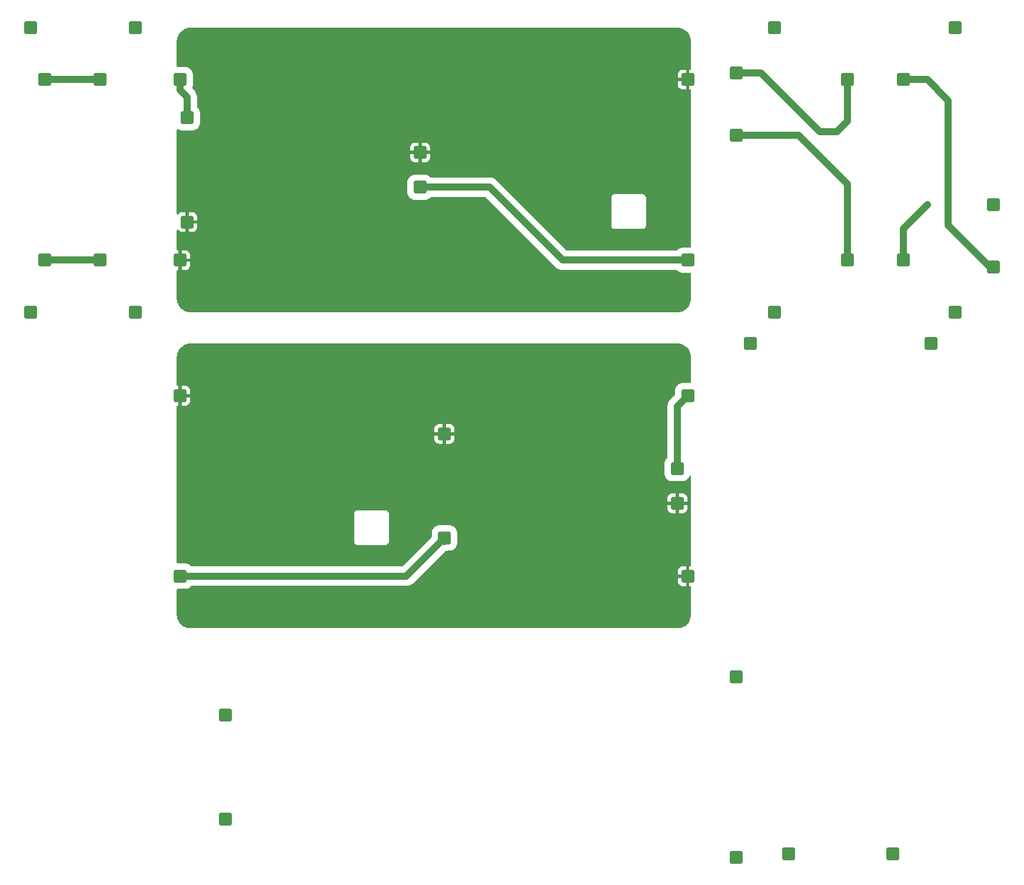
<source format=gbr>
%TF.GenerationSoftware,KiCad,Pcbnew,9.0.0*%
%TF.CreationDate,2025-03-21T15:29:29+01:00*%
%TF.ProjectId,DMW-BLJ31-charger,444d572d-424c-44a3-9331-2d6368617267,rev?*%
%TF.SameCoordinates,Original*%
%TF.FileFunction,Copper,L1,Top*%
%TF.FilePolarity,Positive*%
%FSLAX46Y46*%
G04 Gerber Fmt 4.6, Leading zero omitted, Abs format (unit mm)*
G04 Created by KiCad (PCBNEW 9.0.0) date 2025-03-21 15:29:29*
%MOMM*%
%LPD*%
G01*
G04 APERTURE LIST*
G04 Aperture macros list*
%AMRoundRect*
0 Rectangle with rounded corners*
0 $1 Rounding radius*
0 $2 $3 $4 $5 $6 $7 $8 $9 X,Y pos of 4 corners*
0 Add a 4 corners polygon primitive as box body*
4,1,4,$2,$3,$4,$5,$6,$7,$8,$9,$2,$3,0*
0 Add four circle primitives for the rounded corners*
1,1,$1+$1,$2,$3*
1,1,$1+$1,$4,$5*
1,1,$1+$1,$6,$7*
1,1,$1+$1,$8,$9*
0 Add four rect primitives between the rounded corners*
20,1,$1+$1,$2,$3,$4,$5,0*
20,1,$1+$1,$4,$5,$6,$7,0*
20,1,$1+$1,$6,$7,$8,$9,0*
20,1,$1+$1,$8,$9,$2,$3,0*%
G04 Aperture macros list end*
%TA.AperFunction,ComponentPad*%
%ADD10RoundRect,0.250000X0.675000X-0.675000X0.675000X0.675000X-0.675000X0.675000X-0.675000X-0.675000X0*%
%TD*%
%TA.AperFunction,ComponentPad*%
%ADD11RoundRect,0.250000X-0.675000X-0.675000X0.675000X-0.675000X0.675000X0.675000X-0.675000X0.675000X0*%
%TD*%
%TA.AperFunction,ComponentPad*%
%ADD12RoundRect,0.250000X-0.675000X0.675000X-0.675000X-0.675000X0.675000X-0.675000X0.675000X0.675000X0*%
%TD*%
%TA.AperFunction,ViaPad*%
%ADD13C,0.600000*%
%TD*%
%TA.AperFunction,Conductor*%
%ADD14C,1.000000*%
%TD*%
G04 APERTURE END LIST*
D10*
%TO.P,J12,1,Pin_1*%
%TO.N,unconnected-(J12-Pin_1-Pad1)*%
X134500000Y-27500000D03*
%TD*%
D11*
%TO.P,J30,1,Pin_1*%
%TO.N,Net-(J29-Pin_1)*%
X87000000Y-101000000D03*
%TD*%
%TO.P,J38,1,Pin_1*%
%TO.N,GND*%
X37500000Y-61000000D03*
%TD*%
%TO.P,J7,1,Pin_1*%
%TO.N,unconnected-(J7-Pin_1-Pad1)*%
X151500000Y-146500000D03*
%TD*%
%TO.P,J27,1,Pin_1*%
%TO.N,Net-(J25-Pin_1)*%
X145000000Y-61000000D03*
%TD*%
%TO.P,J34,1,Pin_1*%
%TO.N,Net-(J29-Pin_1)*%
X49000000Y-35000000D03*
%TD*%
%TO.P,J26,1,Pin_1*%
%TO.N,Net-(J25-Pin_1)*%
X129000000Y-43000000D03*
%TD*%
%TO.P,J25,1,Pin_1*%
%TO.N,Net-(J25-Pin_1)*%
X83500000Y-50500000D03*
%TD*%
%TO.P,J29,1,Pin_1*%
%TO.N,Net-(J29-Pin_1)*%
X50000000Y-40500000D03*
%TD*%
D12*
%TO.P,J17,1,Pin_1*%
%TO.N,unconnected-(J17-Pin_1-Pad1)*%
X27500000Y-27500000D03*
%TD*%
%TO.P,J15,1,Pin_1*%
%TO.N,unconnected-(J15-Pin_1-Pad1)*%
X27500000Y-68500000D03*
%TD*%
D11*
%TO.P,J6,1,Pin_1*%
%TO.N,unconnected-(J6-Pin_1-Pad1)*%
X129000000Y-147000000D03*
%TD*%
%TO.P,J28,1,Pin_1*%
%TO.N,Net-(J25-Pin_1)*%
X122000000Y-61000000D03*
%TD*%
%TO.P,J37,1,Pin_1*%
%TO.N,GND*%
X122000000Y-106500000D03*
%TD*%
%TO.P,J41,1,Pin_1*%
%TO.N,GND*%
X49000000Y-80500000D03*
%TD*%
%TO.P,J46,1,Pin_1*%
%TO.N,GND*%
X166000000Y-62000000D03*
%TD*%
D12*
%TO.P,J9,1,Pin_1*%
%TO.N,unconnected-(J9-Pin_1-Pad1)*%
X131000000Y-73000000D03*
%TD*%
D11*
%TO.P,J48,1,Pin_1*%
%TO.N,GND*%
X120500000Y-96000000D03*
%TD*%
%TO.P,J42,1,Pin_1*%
%TO.N,Net-(J42-Pin_1)*%
X122000000Y-80500000D03*
%TD*%
%TO.P,J40,1,Pin_1*%
%TO.N,GND*%
X29500000Y-61000000D03*
%TD*%
%TO.P,J44,1,Pin_1*%
%TO.N,Net-(J42-Pin_1)*%
X166000000Y-53000000D03*
%TD*%
%TO.P,J36,1,Pin_1*%
%TO.N,GND*%
X50000000Y-55500000D03*
%TD*%
D10*
%TO.P,J10,1,Pin_1*%
%TO.N,unconnected-(J10-Pin_1-Pad1)*%
X160500000Y-27500000D03*
%TD*%
%TO.P,J18,1,Pin_1*%
%TO.N,unconnected-(J18-Pin_1-Pad1)*%
X42500000Y-27500000D03*
%TD*%
%TO.P,J16,1,Pin_1*%
%TO.N,unconnected-(J16-Pin_1-Pad1)*%
X42500000Y-68500000D03*
%TD*%
D11*
%TO.P,J21,1,Pin_1*%
%TO.N,GND*%
X122000000Y-35000000D03*
%TD*%
%TO.P,J35,1,Pin_1*%
%TO.N,GND*%
X87000000Y-86000000D03*
%TD*%
%TO.P,J20,1,Pin_1*%
%TO.N,unconnected-(J20-Pin_1-Pad1)*%
X55500000Y-141500000D03*
%TD*%
%TO.P,J32,1,Pin_1*%
%TO.N,Net-(J29-Pin_1)*%
X49000000Y-106500000D03*
%TD*%
%TO.P,J33,1,Pin_1*%
%TO.N,Net-(J29-Pin_1)*%
X37500000Y-35000000D03*
%TD*%
%TO.P,J47,1,Pin_1*%
%TO.N,GND*%
X153000000Y-35000000D03*
%TD*%
%TO.P,J19,1,Pin_1*%
%TO.N,unconnected-(J19-Pin_1-Pad1)*%
X55500000Y-126500000D03*
%TD*%
D10*
%TO.P,J13,1,Pin_1*%
%TO.N,unconnected-(J13-Pin_1-Pad1)*%
X160500000Y-68500000D03*
%TD*%
%TO.P,J11,1,Pin_1*%
%TO.N,unconnected-(J11-Pin_1-Pad1)*%
X157000000Y-73000000D03*
%TD*%
D11*
%TO.P,J22,1,Pin_1*%
%TO.N,GND*%
X145000000Y-35000000D03*
%TD*%
D10*
%TO.P,J8,1,Pin_1*%
%TO.N,unconnected-(J8-Pin_1-Pad1)*%
X136500000Y-146500000D03*
%TD*%
D11*
%TO.P,J39,1,Pin_1*%
%TO.N,GND*%
X49000000Y-61000000D03*
%TD*%
%TO.P,J45,1,Pin_1*%
%TO.N,Net-(J42-Pin_1)*%
X153000000Y-61000000D03*
%TD*%
%TO.P,J23,1,Pin_1*%
%TO.N,GND*%
X129000000Y-34000000D03*
%TD*%
%TO.P,J31,1,Pin_1*%
%TO.N,Net-(J29-Pin_1)*%
X29500000Y-35000000D03*
%TD*%
D10*
%TO.P,J14,1,Pin_1*%
%TO.N,unconnected-(J14-Pin_1-Pad1)*%
X134500000Y-68500000D03*
%TD*%
D11*
%TO.P,J24,1,Pin_1*%
%TO.N,GND*%
X83500000Y-45500000D03*
%TD*%
%TO.P,J43,1,Pin_1*%
%TO.N,Net-(J42-Pin_1)*%
X120500000Y-91000000D03*
%TD*%
%TO.P,J5,1,Pin_1*%
%TO.N,unconnected-(J5-Pin_1-Pad1)*%
X129000000Y-121000000D03*
%TD*%
D13*
%TO.N,GND*%
X105000000Y-95000000D03*
X70000000Y-90000000D03*
X95000000Y-80000000D03*
X110000000Y-35000000D03*
X100000000Y-40000000D03*
X80000000Y-55000000D03*
X105000000Y-100000000D03*
X60000000Y-55000000D03*
X60000000Y-50000000D03*
X115000000Y-80000000D03*
X100000000Y-50000000D03*
X70000000Y-85000000D03*
X110000000Y-95000000D03*
X65000000Y-60000000D03*
X60000000Y-35000000D03*
X105000000Y-50000000D03*
X60000000Y-90000000D03*
X110000000Y-100000000D03*
X70000000Y-50000000D03*
X75000000Y-40000000D03*
X105000000Y-35000000D03*
X100000000Y-80000000D03*
X100000000Y-100000000D03*
X80000000Y-65000000D03*
X90000000Y-110000000D03*
X60000000Y-100000000D03*
X105000000Y-45000000D03*
X65000000Y-35000000D03*
X100000000Y-85000000D03*
X95000000Y-85000000D03*
X90000000Y-95000000D03*
X95000000Y-110000000D03*
X55000000Y-60000000D03*
X105000000Y-110000000D03*
X75000000Y-45000000D03*
X95000000Y-35000000D03*
X90000000Y-85000000D03*
X110000000Y-85000000D03*
X70000000Y-95000000D03*
X55000000Y-65000000D03*
X95000000Y-40000000D03*
X105000000Y-105000000D03*
X60000000Y-95000000D03*
X55000000Y-45000000D03*
X115000000Y-110000000D03*
X110000000Y-40000000D03*
X75000000Y-55000000D03*
X115000000Y-45000000D03*
X75000000Y-50000000D03*
X105000000Y-55000000D03*
X115000000Y-90000000D03*
X60000000Y-60000000D03*
X70000000Y-60000000D03*
X60000000Y-40000000D03*
X65000000Y-100000000D03*
X95000000Y-90000000D03*
X65000000Y-40000000D03*
X80000000Y-90000000D03*
X95000000Y-95000000D03*
X55000000Y-50000000D03*
X80000000Y-35000000D03*
X115000000Y-95000000D03*
X70000000Y-45000000D03*
X55000000Y-55000000D03*
X80000000Y-85000000D03*
X115000000Y-40000000D03*
X100000000Y-45000000D03*
X65000000Y-55000000D03*
X65000000Y-45000000D03*
X100000000Y-105000000D03*
X105000000Y-90000000D03*
X95000000Y-105000000D03*
X110000000Y-110000000D03*
X80000000Y-60000000D03*
X100000000Y-110000000D03*
X60000000Y-65000000D03*
X80000000Y-95000000D03*
X70000000Y-65000000D03*
X115000000Y-50000000D03*
X100000000Y-90000000D03*
X65000000Y-80000000D03*
X115000000Y-35000000D03*
X70000000Y-55000000D03*
X90000000Y-80000000D03*
X80000000Y-80000000D03*
X70000000Y-80000000D03*
X100000000Y-95000000D03*
X105000000Y-40000000D03*
X110000000Y-90000000D03*
X90000000Y-90000000D03*
X100000000Y-35000000D03*
X115000000Y-85000000D03*
X70000000Y-100000000D03*
X75000000Y-80000000D03*
X65000000Y-50000000D03*
X105000000Y-85000000D03*
X95000000Y-45000000D03*
X70000000Y-40000000D03*
X90000000Y-100000000D03*
X65000000Y-65000000D03*
X95000000Y-100000000D03*
X90000000Y-105000000D03*
X60000000Y-45000000D03*
X115000000Y-100000000D03*
X60000000Y-80000000D03*
X65000000Y-95000000D03*
X110000000Y-80000000D03*
X75000000Y-90000000D03*
X55000000Y-40000000D03*
X110000000Y-50000000D03*
X75000000Y-35000000D03*
X60000000Y-85000000D03*
X75000000Y-85000000D03*
X65000000Y-85000000D03*
X75000000Y-65000000D03*
X55000000Y-35000000D03*
X75000000Y-60000000D03*
X65000000Y-90000000D03*
X115000000Y-105000000D03*
X75000000Y-95000000D03*
X70000000Y-35000000D03*
X80000000Y-40000000D03*
X105000000Y-80000000D03*
X110000000Y-105000000D03*
X110000000Y-45000000D03*
%TO.N,Net-(J42-Pin_1)*%
X156500000Y-53000000D03*
%TD*%
D14*
%TO.N,GND*%
X145000000Y-41000000D02*
X145000000Y-35000000D01*
X141000000Y-42500000D02*
X143500000Y-42500000D01*
X156500000Y-35000000D02*
X153000000Y-35000000D01*
X166000000Y-62000000D02*
X165500000Y-62000000D01*
X132500000Y-34000000D02*
X141000000Y-42500000D01*
X159500000Y-56000000D02*
X159500000Y-38000000D01*
X129000000Y-34000000D02*
X132500000Y-34000000D01*
X159500000Y-38000000D02*
X156500000Y-35000000D01*
X37500000Y-61000000D02*
X29500000Y-61000000D01*
X143500000Y-42500000D02*
X145000000Y-41000000D01*
X165500000Y-62000000D02*
X159500000Y-56000000D01*
%TO.N,Net-(J25-Pin_1)*%
X104000000Y-61000000D02*
X93500000Y-50500000D01*
X122000000Y-61000000D02*
X104000000Y-61000000D01*
X93500000Y-50500000D02*
X83500000Y-50500000D01*
X145000000Y-50000000D02*
X145000000Y-61000000D01*
X138000000Y-43000000D02*
X145000000Y-50000000D01*
X129000000Y-43000000D02*
X138000000Y-43000000D01*
%TO.N,Net-(J29-Pin_1)*%
X49000000Y-36500000D02*
X50000000Y-37500000D01*
X29500000Y-35000000D02*
X37500000Y-35000000D01*
X87000000Y-101500000D02*
X87000000Y-101000000D01*
X50000000Y-37500000D02*
X50000000Y-40500000D01*
X87302792Y-101000000D02*
X87302792Y-101197208D01*
X49000000Y-35000000D02*
X49000000Y-36500000D01*
X81500000Y-106500000D02*
X86500000Y-101500000D01*
X81500000Y-106500000D02*
X49000000Y-106500000D01*
%TO.N,Net-(J42-Pin_1)*%
X153000000Y-61000000D02*
X153000000Y-56500000D01*
X120500000Y-82000000D02*
X120500000Y-91000000D01*
X153000000Y-56500000D02*
X156500000Y-53000000D01*
X122000000Y-80500000D02*
X120500000Y-82000000D01*
%TD*%
%TA.AperFunction,Conductor*%
%TO.N,GND*%
G36*
X120504418Y-73000316D02*
G01*
X120775790Y-73019724D01*
X120793291Y-73022241D01*
X121054803Y-73079129D01*
X121071762Y-73084108D01*
X121322524Y-73177638D01*
X121338616Y-73184987D01*
X121573501Y-73313244D01*
X121588375Y-73322802D01*
X121802624Y-73483188D01*
X121815994Y-73494774D01*
X122005225Y-73684005D01*
X122016811Y-73697375D01*
X122177193Y-73911619D01*
X122186758Y-73926503D01*
X122315011Y-74161382D01*
X122322361Y-74177475D01*
X122415888Y-74428229D01*
X122420872Y-74445205D01*
X122477757Y-74706702D01*
X122480275Y-74724214D01*
X122499184Y-74988590D01*
X122499500Y-74997436D01*
X122499500Y-78550500D01*
X122479815Y-78617539D01*
X122427011Y-78663294D01*
X122375500Y-78674500D01*
X121253984Y-78674500D01*
X121165375Y-78680650D01*
X121165359Y-78680652D01*
X120957823Y-78729465D01*
X120957817Y-78729467D01*
X120762761Y-78815592D01*
X120586858Y-78936088D01*
X120586852Y-78936093D01*
X120436093Y-79086852D01*
X120436088Y-79086858D01*
X120315592Y-79262761D01*
X120229467Y-79457817D01*
X120229465Y-79457823D01*
X120180652Y-79665359D01*
X120180650Y-79665375D01*
X120174500Y-79753984D01*
X120174500Y-80293531D01*
X120154815Y-80360570D01*
X120138181Y-80381212D01*
X119431756Y-81087636D01*
X119431754Y-81087638D01*
X119364121Y-81180728D01*
X119353961Y-81194714D01*
X119331977Y-81224973D01*
X119302185Y-81265977D01*
X119202104Y-81462393D01*
X119202103Y-81462396D01*
X119133985Y-81672047D01*
X119099499Y-81889779D01*
X119099499Y-82115332D01*
X119099500Y-82115357D01*
X119099500Y-89372084D01*
X119079815Y-89439123D01*
X119063181Y-89459765D01*
X118936093Y-89586852D01*
X118936088Y-89586858D01*
X118815592Y-89762761D01*
X118729467Y-89957817D01*
X118729465Y-89957823D01*
X118680652Y-90165359D01*
X118680650Y-90165375D01*
X118674500Y-90253984D01*
X118674500Y-91746015D01*
X118680650Y-91834624D01*
X118680652Y-91834640D01*
X118729465Y-92042176D01*
X118729467Y-92042182D01*
X118729468Y-92042185D01*
X118815591Y-92237237D01*
X118815592Y-92237238D01*
X118936088Y-92413141D01*
X118936093Y-92413147D01*
X119086852Y-92563906D01*
X119086858Y-92563911D01*
X119262763Y-92684409D01*
X119457815Y-92770532D01*
X119457821Y-92770533D01*
X119457823Y-92770534D01*
X119665359Y-92819347D01*
X119665364Y-92819347D01*
X119665370Y-92819349D01*
X119714602Y-92822766D01*
X119753984Y-92825500D01*
X119753988Y-92825500D01*
X121246016Y-92825500D01*
X121281459Y-92823039D01*
X121334630Y-92819349D01*
X121334636Y-92819347D01*
X121334640Y-92819347D01*
X121542176Y-92770534D01*
X121542174Y-92770534D01*
X121542185Y-92770532D01*
X121737237Y-92684409D01*
X121913142Y-92563911D01*
X122063911Y-92413142D01*
X122184409Y-92237237D01*
X122262566Y-92060225D01*
X122307651Y-92006851D01*
X122374437Y-91986323D01*
X122441719Y-92005161D01*
X122488136Y-92057384D01*
X122500000Y-92110313D01*
X122500000Y-98422185D01*
X122499500Y-98429815D01*
X122499500Y-104951000D01*
X122479815Y-105018039D01*
X122427011Y-105063794D01*
X122375500Y-105075000D01*
X122250000Y-105075000D01*
X122250000Y-106153590D01*
X122164044Y-106103963D01*
X122055952Y-106075000D01*
X121944048Y-106075000D01*
X121835956Y-106103963D01*
X121750000Y-106153590D01*
X121750000Y-105075000D01*
X121275028Y-105075000D01*
X121275012Y-105075001D01*
X121172302Y-105085494D01*
X121005880Y-105140641D01*
X121005875Y-105140643D01*
X120856654Y-105232684D01*
X120732684Y-105356654D01*
X120640643Y-105505875D01*
X120640641Y-105505880D01*
X120585494Y-105672302D01*
X120585493Y-105672309D01*
X120575000Y-105775013D01*
X120575000Y-106250000D01*
X121653590Y-106250000D01*
X121603963Y-106335956D01*
X121575000Y-106444048D01*
X121575000Y-106555952D01*
X121603963Y-106664044D01*
X121653590Y-106750000D01*
X120575001Y-106750000D01*
X120575001Y-107224986D01*
X120585494Y-107327697D01*
X120640641Y-107494119D01*
X120640643Y-107494124D01*
X120732684Y-107643345D01*
X120856654Y-107767315D01*
X121005875Y-107859356D01*
X121005880Y-107859358D01*
X121172302Y-107914505D01*
X121172309Y-107914506D01*
X121275019Y-107924999D01*
X121749999Y-107924999D01*
X121750000Y-107924998D01*
X121750000Y-106846409D01*
X121835956Y-106896037D01*
X121944048Y-106925000D01*
X122055952Y-106925000D01*
X122164044Y-106896037D01*
X122250000Y-106846409D01*
X122250000Y-107924999D01*
X122375500Y-107924999D01*
X122442539Y-107944684D01*
X122488294Y-107997488D01*
X122499500Y-108048999D01*
X122499500Y-112002562D01*
X122499184Y-112011408D01*
X122480275Y-112275785D01*
X122477757Y-112293297D01*
X122420872Y-112554794D01*
X122415888Y-112571770D01*
X122322361Y-112822524D01*
X122315011Y-112838617D01*
X122186758Y-113073496D01*
X122177193Y-113088380D01*
X122016811Y-113302624D01*
X122005225Y-113315994D01*
X121815994Y-113505225D01*
X121802624Y-113516811D01*
X121588380Y-113677193D01*
X121573496Y-113686758D01*
X121338617Y-113815011D01*
X121322524Y-113822361D01*
X121071770Y-113915888D01*
X121054794Y-113920872D01*
X120793297Y-113977757D01*
X120775785Y-113980275D01*
X120504418Y-113999684D01*
X120495572Y-114000000D01*
X50504428Y-114000000D01*
X50495582Y-113999684D01*
X50224214Y-113980275D01*
X50206702Y-113977757D01*
X49945205Y-113920872D01*
X49928229Y-113915888D01*
X49677475Y-113822361D01*
X49661382Y-113815011D01*
X49426503Y-113686758D01*
X49411619Y-113677193D01*
X49197375Y-113516811D01*
X49184005Y-113505225D01*
X48994774Y-113315994D01*
X48983188Y-113302624D01*
X48822802Y-113088375D01*
X48813244Y-113073501D01*
X48684987Y-112838616D01*
X48677638Y-112822524D01*
X48584108Y-112571762D01*
X48579129Y-112554803D01*
X48522241Y-112293291D01*
X48519724Y-112275785D01*
X48500816Y-112011408D01*
X48500500Y-112002562D01*
X48500500Y-108449500D01*
X48520185Y-108382461D01*
X48572989Y-108336706D01*
X48624500Y-108325500D01*
X49746016Y-108325500D01*
X49781459Y-108323039D01*
X49834630Y-108319349D01*
X49834636Y-108319347D01*
X49834640Y-108319347D01*
X50042176Y-108270534D01*
X50042174Y-108270534D01*
X50042185Y-108270532D01*
X50237237Y-108184409D01*
X50413142Y-108063911D01*
X50428054Y-108048999D01*
X50540235Y-107936819D01*
X50601558Y-107903334D01*
X50627916Y-107900500D01*
X81384643Y-107900500D01*
X81384667Y-107900501D01*
X81389778Y-107900501D01*
X81610221Y-107900501D01*
X81610222Y-107900501D01*
X81827951Y-107866015D01*
X82037606Y-107797895D01*
X82234022Y-107697815D01*
X82412365Y-107568242D01*
X82568242Y-107412365D01*
X82568243Y-107412363D01*
X82575303Y-107405303D01*
X82575308Y-107405296D01*
X87045951Y-102934654D01*
X87107272Y-102901171D01*
X87114208Y-102899868D01*
X87327951Y-102866015D01*
X87433966Y-102831568D01*
X87472284Y-102825500D01*
X87746016Y-102825500D01*
X87781459Y-102823039D01*
X87834630Y-102819349D01*
X87834636Y-102819347D01*
X87834640Y-102819347D01*
X88042176Y-102770534D01*
X88042174Y-102770534D01*
X88042185Y-102770532D01*
X88237237Y-102684409D01*
X88413142Y-102563911D01*
X88563911Y-102413142D01*
X88684409Y-102237237D01*
X88770532Y-102042185D01*
X88788359Y-101966391D01*
X88819347Y-101834640D01*
X88819347Y-101834636D01*
X88819349Y-101834630D01*
X88825500Y-101746012D01*
X88825500Y-100253988D01*
X88819349Y-100165370D01*
X88819347Y-100165364D01*
X88819347Y-100165359D01*
X88770534Y-99957823D01*
X88770532Y-99957817D01*
X88770532Y-99957815D01*
X88684409Y-99762763D01*
X88563911Y-99586858D01*
X88563906Y-99586852D01*
X88413147Y-99436093D01*
X88413141Y-99436088D01*
X88237238Y-99315592D01*
X88237239Y-99315592D01*
X88237237Y-99315591D01*
X88042185Y-99229468D01*
X88042183Y-99229467D01*
X88042182Y-99229467D01*
X88042176Y-99229465D01*
X87834640Y-99180652D01*
X87834624Y-99180650D01*
X87746016Y-99174500D01*
X87746012Y-99174500D01*
X86253988Y-99174500D01*
X86253984Y-99174500D01*
X86165375Y-99180650D01*
X86165359Y-99180652D01*
X85957823Y-99229465D01*
X85957817Y-99229467D01*
X85762761Y-99315592D01*
X85586858Y-99436088D01*
X85586852Y-99436093D01*
X85436093Y-99586852D01*
X85436088Y-99586858D01*
X85315592Y-99762761D01*
X85229467Y-99957817D01*
X85229465Y-99957823D01*
X85180652Y-100165359D01*
X85180650Y-100165375D01*
X85174500Y-100253984D01*
X85174500Y-100793532D01*
X85154815Y-100860571D01*
X85138181Y-100881213D01*
X80956213Y-105063181D01*
X80894890Y-105096666D01*
X80868532Y-105099500D01*
X50627916Y-105099500D01*
X50560877Y-105079815D01*
X50540235Y-105063181D01*
X50413147Y-104936093D01*
X50413141Y-104936088D01*
X50237238Y-104815592D01*
X50237239Y-104815592D01*
X50237237Y-104815591D01*
X50042185Y-104729468D01*
X50042183Y-104729467D01*
X50042182Y-104729467D01*
X50042176Y-104729465D01*
X49834640Y-104680652D01*
X49834624Y-104680650D01*
X49746016Y-104674500D01*
X49746012Y-104674500D01*
X48624500Y-104674500D01*
X48557461Y-104654815D01*
X48511706Y-104602011D01*
X48500500Y-104550500D01*
X48500500Y-98429815D01*
X48500000Y-98422185D01*
X48500000Y-97434108D01*
X73999500Y-97434108D01*
X73999500Y-101565891D01*
X74033608Y-101693187D01*
X74064107Y-101746012D01*
X74099500Y-101807314D01*
X74192686Y-101900500D01*
X74306814Y-101966392D01*
X74434108Y-102000500D01*
X74434110Y-102000500D01*
X78565890Y-102000500D01*
X78565892Y-102000500D01*
X78693186Y-101966392D01*
X78807314Y-101900500D01*
X78900500Y-101807314D01*
X78966392Y-101693186D01*
X79000500Y-101565892D01*
X79000500Y-97434108D01*
X78966392Y-97306814D01*
X78900500Y-97192686D01*
X78807314Y-97099500D01*
X78750250Y-97066554D01*
X78693187Y-97033608D01*
X78629539Y-97016554D01*
X78565892Y-96999500D01*
X74565892Y-96999500D01*
X74434108Y-96999500D01*
X74306812Y-97033608D01*
X74192686Y-97099500D01*
X74192683Y-97099502D01*
X74099502Y-97192683D01*
X74099500Y-97192686D01*
X74033608Y-97306812D01*
X73999500Y-97434108D01*
X48500000Y-97434108D01*
X48500000Y-95275013D01*
X119075000Y-95275013D01*
X119075000Y-95750000D01*
X120153590Y-95750000D01*
X120103963Y-95835956D01*
X120075000Y-95944048D01*
X120075000Y-96055952D01*
X120103963Y-96164044D01*
X120153590Y-96250000D01*
X119075001Y-96250000D01*
X119075001Y-96724986D01*
X119085494Y-96827697D01*
X119140641Y-96994119D01*
X119140643Y-96994124D01*
X119232684Y-97143345D01*
X119356654Y-97267315D01*
X119505875Y-97359356D01*
X119505880Y-97359358D01*
X119672302Y-97414505D01*
X119672309Y-97414506D01*
X119775019Y-97424999D01*
X120249999Y-97424999D01*
X120250000Y-97424998D01*
X120250000Y-96346409D01*
X120335956Y-96396037D01*
X120444048Y-96425000D01*
X120555952Y-96425000D01*
X120664044Y-96396037D01*
X120750000Y-96346409D01*
X120750000Y-97424999D01*
X121224972Y-97424999D01*
X121224986Y-97424998D01*
X121327697Y-97414505D01*
X121494119Y-97359358D01*
X121494124Y-97359356D01*
X121643345Y-97267315D01*
X121767315Y-97143345D01*
X121859356Y-96994124D01*
X121859358Y-96994119D01*
X121914505Y-96827697D01*
X121914506Y-96827690D01*
X121924999Y-96724986D01*
X121925000Y-96724973D01*
X121925000Y-96250000D01*
X120846410Y-96250000D01*
X120896037Y-96164044D01*
X120925000Y-96055952D01*
X120925000Y-95944048D01*
X120896037Y-95835956D01*
X120846410Y-95750000D01*
X121924999Y-95750000D01*
X121924999Y-95275028D01*
X121924998Y-95275013D01*
X121914505Y-95172302D01*
X121859358Y-95005880D01*
X121859356Y-95005875D01*
X121767315Y-94856654D01*
X121643345Y-94732684D01*
X121494124Y-94640643D01*
X121494119Y-94640641D01*
X121327697Y-94585494D01*
X121327690Y-94585493D01*
X121224986Y-94575000D01*
X120750000Y-94575000D01*
X120750000Y-95653590D01*
X120664044Y-95603963D01*
X120555952Y-95575000D01*
X120444048Y-95575000D01*
X120335956Y-95603963D01*
X120250000Y-95653590D01*
X120250000Y-94575000D01*
X119775028Y-94575000D01*
X119775012Y-94575001D01*
X119672302Y-94585494D01*
X119505880Y-94640641D01*
X119505875Y-94640643D01*
X119356654Y-94732684D01*
X119232684Y-94856654D01*
X119140643Y-95005875D01*
X119140641Y-95005880D01*
X119085494Y-95172302D01*
X119085493Y-95172309D01*
X119075000Y-95275013D01*
X48500000Y-95275013D01*
X48500000Y-88577816D01*
X48500500Y-88570186D01*
X48500500Y-85275013D01*
X85575000Y-85275013D01*
X85575000Y-85750000D01*
X86653590Y-85750000D01*
X86603963Y-85835956D01*
X86575000Y-85944048D01*
X86575000Y-86055952D01*
X86603963Y-86164044D01*
X86653590Y-86250000D01*
X85575001Y-86250000D01*
X85575001Y-86724986D01*
X85585494Y-86827697D01*
X85640641Y-86994119D01*
X85640643Y-86994124D01*
X85732684Y-87143345D01*
X85856654Y-87267315D01*
X86005875Y-87359356D01*
X86005880Y-87359358D01*
X86172302Y-87414505D01*
X86172309Y-87414506D01*
X86275019Y-87424999D01*
X86749999Y-87424999D01*
X86750000Y-87424998D01*
X86750000Y-86346409D01*
X86835956Y-86396037D01*
X86944048Y-86425000D01*
X87055952Y-86425000D01*
X87164044Y-86396037D01*
X87250000Y-86346409D01*
X87250000Y-87424999D01*
X87724972Y-87424999D01*
X87724986Y-87424998D01*
X87827697Y-87414505D01*
X87994119Y-87359358D01*
X87994124Y-87359356D01*
X88143345Y-87267315D01*
X88267315Y-87143345D01*
X88359356Y-86994124D01*
X88359358Y-86994119D01*
X88414505Y-86827697D01*
X88414506Y-86827690D01*
X88424999Y-86724986D01*
X88425000Y-86724973D01*
X88425000Y-86250000D01*
X87346410Y-86250000D01*
X87396037Y-86164044D01*
X87425000Y-86055952D01*
X87425000Y-85944048D01*
X87396037Y-85835956D01*
X87346410Y-85750000D01*
X88424999Y-85750000D01*
X88424999Y-85275028D01*
X88424998Y-85275013D01*
X88414505Y-85172302D01*
X88359358Y-85005880D01*
X88359356Y-85005875D01*
X88267315Y-84856654D01*
X88143345Y-84732684D01*
X87994124Y-84640643D01*
X87994119Y-84640641D01*
X87827697Y-84585494D01*
X87827690Y-84585493D01*
X87724986Y-84575000D01*
X87250000Y-84575000D01*
X87250000Y-85653590D01*
X87164044Y-85603963D01*
X87055952Y-85575000D01*
X86944048Y-85575000D01*
X86835956Y-85603963D01*
X86750000Y-85653590D01*
X86750000Y-84575000D01*
X86275028Y-84575000D01*
X86275012Y-84575001D01*
X86172302Y-84585494D01*
X86005880Y-84640641D01*
X86005875Y-84640643D01*
X85856654Y-84732684D01*
X85732684Y-84856654D01*
X85640643Y-85005875D01*
X85640641Y-85005880D01*
X85585494Y-85172302D01*
X85585493Y-85172309D01*
X85575000Y-85275013D01*
X48500500Y-85275013D01*
X48500500Y-82048999D01*
X48520185Y-81981960D01*
X48572989Y-81936205D01*
X48624500Y-81924999D01*
X48750000Y-81924999D01*
X48750000Y-80846409D01*
X48835956Y-80896037D01*
X48944048Y-80925000D01*
X49055952Y-80925000D01*
X49164044Y-80896037D01*
X49250000Y-80846409D01*
X49250000Y-81924999D01*
X49724972Y-81924999D01*
X49724986Y-81924998D01*
X49827697Y-81914505D01*
X49994119Y-81859358D01*
X49994124Y-81859356D01*
X50143345Y-81767315D01*
X50267315Y-81643345D01*
X50359356Y-81494124D01*
X50359358Y-81494119D01*
X50414505Y-81327697D01*
X50414506Y-81327690D01*
X50424999Y-81224986D01*
X50425000Y-81224973D01*
X50425000Y-80750000D01*
X49346410Y-80750000D01*
X49396037Y-80664044D01*
X49425000Y-80555952D01*
X49425000Y-80444048D01*
X49396037Y-80335956D01*
X49346410Y-80250000D01*
X50424999Y-80250000D01*
X50424999Y-79775028D01*
X50424998Y-79775013D01*
X50414505Y-79672302D01*
X50359358Y-79505880D01*
X50359356Y-79505875D01*
X50267315Y-79356654D01*
X50143345Y-79232684D01*
X49994124Y-79140643D01*
X49994119Y-79140641D01*
X49827697Y-79085494D01*
X49827690Y-79085493D01*
X49724986Y-79075000D01*
X49250000Y-79075000D01*
X49250000Y-80153590D01*
X49164044Y-80103963D01*
X49055952Y-80075000D01*
X48944048Y-80075000D01*
X48835956Y-80103963D01*
X48750000Y-80153590D01*
X48750000Y-79075000D01*
X48624500Y-79075000D01*
X48557461Y-79055315D01*
X48511706Y-79002511D01*
X48500500Y-78951000D01*
X48500500Y-74997436D01*
X48500816Y-74988590D01*
X48519724Y-74724214D01*
X48522240Y-74706710D01*
X48579130Y-74445192D01*
X48584107Y-74428241D01*
X48677640Y-74177470D01*
X48684985Y-74161388D01*
X48813248Y-73926491D01*
X48822798Y-73911630D01*
X48983195Y-73697366D01*
X48994767Y-73684012D01*
X49184012Y-73494767D01*
X49197366Y-73483195D01*
X49411630Y-73322798D01*
X49426491Y-73313248D01*
X49661388Y-73184985D01*
X49677470Y-73177640D01*
X49928241Y-73084107D01*
X49945192Y-73079130D01*
X50206710Y-73022240D01*
X50224207Y-73019724D01*
X50495582Y-73000316D01*
X50504428Y-73000000D01*
X120495572Y-73000000D01*
X120504418Y-73000316D01*
G37*
%TD.AperFunction*%
%TD*%
%TA.AperFunction,Conductor*%
%TO.N,GND*%
G36*
X120504418Y-27500316D02*
G01*
X120775790Y-27519724D01*
X120793291Y-27522241D01*
X121054803Y-27579129D01*
X121071762Y-27584108D01*
X121322524Y-27677638D01*
X121338616Y-27684987D01*
X121573501Y-27813244D01*
X121588375Y-27822802D01*
X121802624Y-27983188D01*
X121815994Y-27994774D01*
X122005225Y-28184005D01*
X122016811Y-28197375D01*
X122177193Y-28411619D01*
X122186758Y-28426503D01*
X122315011Y-28661382D01*
X122322361Y-28677475D01*
X122415888Y-28928229D01*
X122420872Y-28945205D01*
X122477757Y-29206702D01*
X122480275Y-29224214D01*
X122499184Y-29488590D01*
X122499500Y-29497436D01*
X122499500Y-30570186D01*
X122500000Y-30577816D01*
X122500000Y-33451000D01*
X122480315Y-33518039D01*
X122427511Y-33563794D01*
X122376000Y-33575000D01*
X122250000Y-33575000D01*
X122250000Y-34653590D01*
X122164044Y-34603963D01*
X122055952Y-34575000D01*
X121944048Y-34575000D01*
X121835956Y-34603963D01*
X121750000Y-34653590D01*
X121750000Y-33575000D01*
X121275028Y-33575000D01*
X121275012Y-33575001D01*
X121172302Y-33585494D01*
X121005880Y-33640641D01*
X121005875Y-33640643D01*
X120856654Y-33732684D01*
X120732684Y-33856654D01*
X120640643Y-34005875D01*
X120640641Y-34005880D01*
X120585494Y-34172302D01*
X120585493Y-34172309D01*
X120575000Y-34275013D01*
X120575000Y-34750000D01*
X121653590Y-34750000D01*
X121603963Y-34835956D01*
X121575000Y-34944048D01*
X121575000Y-35055952D01*
X121603963Y-35164044D01*
X121653590Y-35250000D01*
X120575001Y-35250000D01*
X120575001Y-35724986D01*
X120585494Y-35827697D01*
X120640641Y-35994119D01*
X120640643Y-35994124D01*
X120732684Y-36143345D01*
X120856654Y-36267315D01*
X121005875Y-36359356D01*
X121005880Y-36359358D01*
X121172302Y-36414505D01*
X121172309Y-36414506D01*
X121275019Y-36424999D01*
X121749999Y-36424999D01*
X121750000Y-36424998D01*
X121750000Y-35346409D01*
X121835956Y-35396037D01*
X121944048Y-35425000D01*
X122055952Y-35425000D01*
X122164044Y-35396037D01*
X122250000Y-35346409D01*
X122250000Y-36424999D01*
X122376000Y-36424999D01*
X122443039Y-36444684D01*
X122488794Y-36497488D01*
X122500000Y-36548999D01*
X122500000Y-40422185D01*
X122499500Y-40429815D01*
X122499500Y-55570186D01*
X122500000Y-55577816D01*
X122500000Y-59050500D01*
X122480315Y-59117539D01*
X122427511Y-59163294D01*
X122376000Y-59174500D01*
X121253984Y-59174500D01*
X121165375Y-59180650D01*
X121165359Y-59180652D01*
X120957823Y-59229465D01*
X120957817Y-59229467D01*
X120762761Y-59315592D01*
X120586858Y-59436088D01*
X120586852Y-59436093D01*
X120459765Y-59563181D01*
X120398442Y-59596666D01*
X120372084Y-59599500D01*
X104631468Y-59599500D01*
X104564429Y-59579815D01*
X104543787Y-59563181D01*
X96914714Y-51934108D01*
X110999500Y-51934108D01*
X110999500Y-56065891D01*
X111033608Y-56193187D01*
X111051960Y-56224973D01*
X111099500Y-56307314D01*
X111192686Y-56400500D01*
X111306814Y-56466392D01*
X111434108Y-56500500D01*
X111434110Y-56500500D01*
X115565890Y-56500500D01*
X115565892Y-56500500D01*
X115693186Y-56466392D01*
X115807314Y-56400500D01*
X115900500Y-56307314D01*
X115966392Y-56193186D01*
X116000500Y-56065892D01*
X116000500Y-51934108D01*
X115966392Y-51806814D01*
X115900500Y-51692686D01*
X115807314Y-51599500D01*
X115750250Y-51566554D01*
X115693187Y-51533608D01*
X115629539Y-51516554D01*
X115565892Y-51499500D01*
X111565892Y-51499500D01*
X111434108Y-51499500D01*
X111306812Y-51533608D01*
X111192686Y-51599500D01*
X111192683Y-51599502D01*
X111099502Y-51692683D01*
X111099500Y-51692686D01*
X111033608Y-51806812D01*
X110999500Y-51934108D01*
X96914714Y-51934108D01*
X94572582Y-49591976D01*
X94572573Y-49591966D01*
X94568242Y-49587635D01*
X94412365Y-49431758D01*
X94412361Y-49431755D01*
X94412357Y-49431751D01*
X94234025Y-49302187D01*
X94234024Y-49302186D01*
X94234022Y-49302185D01*
X94156649Y-49262761D01*
X94037606Y-49202104D01*
X94037603Y-49202103D01*
X93827952Y-49133985D01*
X93719086Y-49116742D01*
X93610222Y-49099499D01*
X93389778Y-49099499D01*
X93384667Y-49099499D01*
X93384643Y-49099500D01*
X85127916Y-49099500D01*
X85060877Y-49079815D01*
X85040235Y-49063181D01*
X84913147Y-48936093D01*
X84913141Y-48936088D01*
X84737238Y-48815592D01*
X84737239Y-48815592D01*
X84737237Y-48815591D01*
X84542185Y-48729468D01*
X84542183Y-48729467D01*
X84542182Y-48729467D01*
X84542176Y-48729465D01*
X84334640Y-48680652D01*
X84334624Y-48680650D01*
X84246016Y-48674500D01*
X84246012Y-48674500D01*
X82753988Y-48674500D01*
X82753984Y-48674500D01*
X82665375Y-48680650D01*
X82665359Y-48680652D01*
X82457823Y-48729465D01*
X82457817Y-48729467D01*
X82262761Y-48815592D01*
X82086858Y-48936088D01*
X82086852Y-48936093D01*
X81936093Y-49086852D01*
X81936088Y-49086858D01*
X81815592Y-49262761D01*
X81729467Y-49457817D01*
X81729465Y-49457823D01*
X81680652Y-49665359D01*
X81680650Y-49665375D01*
X81674500Y-49753984D01*
X81674500Y-51246015D01*
X81680650Y-51334624D01*
X81680652Y-51334640D01*
X81729465Y-51542176D01*
X81729467Y-51542182D01*
X81729468Y-51542185D01*
X81815591Y-51737237D01*
X81875840Y-51825189D01*
X81936088Y-51913141D01*
X81936093Y-51913147D01*
X82086852Y-52063906D01*
X82086858Y-52063911D01*
X82262763Y-52184409D01*
X82457815Y-52270532D01*
X82457821Y-52270533D01*
X82457823Y-52270534D01*
X82665359Y-52319347D01*
X82665364Y-52319347D01*
X82665370Y-52319349D01*
X82714602Y-52322766D01*
X82753984Y-52325500D01*
X82753988Y-52325500D01*
X84246016Y-52325500D01*
X84281459Y-52323039D01*
X84334630Y-52319349D01*
X84334636Y-52319347D01*
X84334640Y-52319347D01*
X84542176Y-52270534D01*
X84542174Y-52270534D01*
X84542185Y-52270532D01*
X84737237Y-52184409D01*
X84913142Y-52063911D01*
X84913147Y-52063906D01*
X85040235Y-51936819D01*
X85101558Y-51903334D01*
X85127916Y-51900500D01*
X92868532Y-51900500D01*
X92935571Y-51920185D01*
X92956213Y-51936819D01*
X102928632Y-61909238D01*
X102928646Y-61909253D01*
X102931757Y-61912364D01*
X102931758Y-61912365D01*
X103087635Y-62068242D01*
X103087638Y-62068244D01*
X103087642Y-62068248D01*
X103191006Y-62143345D01*
X103265978Y-62197815D01*
X103394375Y-62263237D01*
X103462393Y-62297895D01*
X103462396Y-62297896D01*
X103567221Y-62331955D01*
X103672049Y-62366015D01*
X103889778Y-62400500D01*
X120372084Y-62400500D01*
X120439123Y-62420185D01*
X120459765Y-62436819D01*
X120586852Y-62563906D01*
X120586858Y-62563911D01*
X120762763Y-62684409D01*
X120957815Y-62770532D01*
X120957821Y-62770533D01*
X120957823Y-62770534D01*
X121165359Y-62819347D01*
X121165364Y-62819347D01*
X121165370Y-62819349D01*
X121214602Y-62822766D01*
X121253984Y-62825500D01*
X122376000Y-62825500D01*
X122443039Y-62845185D01*
X122488794Y-62897989D01*
X122500000Y-62949500D01*
X122500000Y-65422185D01*
X122499500Y-65429815D01*
X122499500Y-66502562D01*
X122499184Y-66511408D01*
X122480275Y-66775785D01*
X122477757Y-66793297D01*
X122420872Y-67054794D01*
X122415888Y-67071770D01*
X122322361Y-67322524D01*
X122315011Y-67338617D01*
X122186758Y-67573496D01*
X122177193Y-67588380D01*
X122016811Y-67802624D01*
X122005225Y-67815994D01*
X121815994Y-68005225D01*
X121802624Y-68016811D01*
X121588380Y-68177193D01*
X121573496Y-68186758D01*
X121338617Y-68315011D01*
X121322524Y-68322361D01*
X121071770Y-68415888D01*
X121054794Y-68420872D01*
X120793297Y-68477757D01*
X120775785Y-68480275D01*
X120504418Y-68499684D01*
X120495572Y-68500000D01*
X50504428Y-68500000D01*
X50495582Y-68499684D01*
X50224214Y-68480275D01*
X50206702Y-68477757D01*
X49945205Y-68420872D01*
X49928229Y-68415888D01*
X49677475Y-68322361D01*
X49661382Y-68315011D01*
X49426503Y-68186758D01*
X49411619Y-68177193D01*
X49197375Y-68016811D01*
X49184005Y-68005225D01*
X48994774Y-67815994D01*
X48983188Y-67802624D01*
X48822802Y-67588375D01*
X48813244Y-67573501D01*
X48684987Y-67338616D01*
X48677638Y-67322524D01*
X48584108Y-67071762D01*
X48579129Y-67054803D01*
X48522241Y-66793291D01*
X48519724Y-66775785D01*
X48500816Y-66511408D01*
X48500500Y-66502562D01*
X48500500Y-65429815D01*
X48500000Y-65422185D01*
X48500000Y-62548999D01*
X48519685Y-62481960D01*
X48572489Y-62436205D01*
X48624000Y-62424999D01*
X48750000Y-62424999D01*
X48750000Y-61346409D01*
X48835956Y-61396037D01*
X48944048Y-61425000D01*
X49055952Y-61425000D01*
X49164044Y-61396037D01*
X49250000Y-61346409D01*
X49250000Y-62424999D01*
X49724972Y-62424999D01*
X49724986Y-62424998D01*
X49827697Y-62414505D01*
X49994119Y-62359358D01*
X49994124Y-62359356D01*
X50143345Y-62267315D01*
X50267315Y-62143345D01*
X50359356Y-61994124D01*
X50359358Y-61994119D01*
X50414505Y-61827697D01*
X50414506Y-61827690D01*
X50424999Y-61724986D01*
X50425000Y-61724973D01*
X50425000Y-61250000D01*
X49346410Y-61250000D01*
X49396037Y-61164044D01*
X49425000Y-61055952D01*
X49425000Y-60944048D01*
X49396037Y-60835956D01*
X49346410Y-60750000D01*
X50424999Y-60750000D01*
X50424999Y-60275028D01*
X50424998Y-60275013D01*
X50414505Y-60172302D01*
X50359358Y-60005880D01*
X50359356Y-60005875D01*
X50267315Y-59856654D01*
X50143345Y-59732684D01*
X49994124Y-59640643D01*
X49994119Y-59640641D01*
X49827697Y-59585494D01*
X49827690Y-59585493D01*
X49724986Y-59575000D01*
X49250000Y-59575000D01*
X49250000Y-60653590D01*
X49164044Y-60603963D01*
X49055952Y-60575000D01*
X48944048Y-60575000D01*
X48835956Y-60603963D01*
X48750000Y-60653590D01*
X48750000Y-59575000D01*
X48624000Y-59575000D01*
X48556961Y-59555315D01*
X48511206Y-59502511D01*
X48500000Y-59451000D01*
X48500000Y-56703342D01*
X48519685Y-56636303D01*
X48572489Y-56590548D01*
X48641647Y-56580604D01*
X48705203Y-56609629D01*
X48729541Y-56638249D01*
X48732683Y-56643344D01*
X48856654Y-56767315D01*
X49005875Y-56859356D01*
X49005880Y-56859358D01*
X49172302Y-56914505D01*
X49172309Y-56914506D01*
X49275019Y-56924999D01*
X49749999Y-56924999D01*
X49750000Y-56924998D01*
X49750000Y-55846409D01*
X49835956Y-55896037D01*
X49944048Y-55925000D01*
X50055952Y-55925000D01*
X50164044Y-55896037D01*
X50250000Y-55846409D01*
X50250000Y-56924999D01*
X50724972Y-56924999D01*
X50724986Y-56924998D01*
X50827697Y-56914505D01*
X50994119Y-56859358D01*
X50994124Y-56859356D01*
X51143345Y-56767315D01*
X51267315Y-56643345D01*
X51359356Y-56494124D01*
X51359358Y-56494119D01*
X51414505Y-56327697D01*
X51414506Y-56327690D01*
X51424999Y-56224986D01*
X51425000Y-56224973D01*
X51425000Y-55750000D01*
X50346410Y-55750000D01*
X50396037Y-55664044D01*
X50425000Y-55555952D01*
X50425000Y-55444048D01*
X50396037Y-55335956D01*
X50346410Y-55250000D01*
X51424999Y-55250000D01*
X51424999Y-54775028D01*
X51424998Y-54775013D01*
X51414505Y-54672302D01*
X51359358Y-54505880D01*
X51359356Y-54505875D01*
X51267315Y-54356654D01*
X51143345Y-54232684D01*
X50994124Y-54140643D01*
X50994119Y-54140641D01*
X50827697Y-54085494D01*
X50827690Y-54085493D01*
X50724986Y-54075000D01*
X50250000Y-54075000D01*
X50250000Y-55153590D01*
X50164044Y-55103963D01*
X50055952Y-55075000D01*
X49944048Y-55075000D01*
X49835956Y-55103963D01*
X49750000Y-55153590D01*
X49750000Y-54075000D01*
X49275028Y-54075000D01*
X49275012Y-54075001D01*
X49172302Y-54085494D01*
X49005880Y-54140641D01*
X49005875Y-54140643D01*
X48856654Y-54232684D01*
X48732684Y-54356654D01*
X48730038Y-54360945D01*
X48678089Y-54407668D01*
X48609126Y-54418889D01*
X48545044Y-54391045D01*
X48506189Y-54332975D01*
X48500500Y-54295846D01*
X48500500Y-44775013D01*
X82075000Y-44775013D01*
X82075000Y-45250000D01*
X83153590Y-45250000D01*
X83103963Y-45335956D01*
X83075000Y-45444048D01*
X83075000Y-45555952D01*
X83103963Y-45664044D01*
X83153590Y-45750000D01*
X82075001Y-45750000D01*
X82075001Y-46224986D01*
X82085494Y-46327697D01*
X82140641Y-46494119D01*
X82140643Y-46494124D01*
X82232684Y-46643345D01*
X82356654Y-46767315D01*
X82505875Y-46859356D01*
X82505880Y-46859358D01*
X82672302Y-46914505D01*
X82672309Y-46914506D01*
X82775019Y-46924999D01*
X83249999Y-46924999D01*
X83250000Y-46924998D01*
X83250000Y-45846409D01*
X83335956Y-45896037D01*
X83444048Y-45925000D01*
X83555952Y-45925000D01*
X83664044Y-45896037D01*
X83750000Y-45846409D01*
X83750000Y-46924999D01*
X84224972Y-46924999D01*
X84224986Y-46924998D01*
X84327697Y-46914505D01*
X84494119Y-46859358D01*
X84494124Y-46859356D01*
X84643345Y-46767315D01*
X84767315Y-46643345D01*
X84859356Y-46494124D01*
X84859358Y-46494119D01*
X84914505Y-46327697D01*
X84914506Y-46327690D01*
X84924999Y-46224986D01*
X84925000Y-46224973D01*
X84925000Y-45750000D01*
X83846410Y-45750000D01*
X83896037Y-45664044D01*
X83925000Y-45555952D01*
X83925000Y-45444048D01*
X83896037Y-45335956D01*
X83846410Y-45250000D01*
X84924999Y-45250000D01*
X84924999Y-44775028D01*
X84924998Y-44775013D01*
X84914505Y-44672302D01*
X84859358Y-44505880D01*
X84859356Y-44505875D01*
X84767315Y-44356654D01*
X84643345Y-44232684D01*
X84494124Y-44140643D01*
X84494119Y-44140641D01*
X84327697Y-44085494D01*
X84327690Y-44085493D01*
X84224986Y-44075000D01*
X83750000Y-44075000D01*
X83750000Y-45153590D01*
X83664044Y-45103963D01*
X83555952Y-45075000D01*
X83444048Y-45075000D01*
X83335956Y-45103963D01*
X83250000Y-45153590D01*
X83250000Y-44075000D01*
X82775028Y-44075000D01*
X82775012Y-44075001D01*
X82672302Y-44085494D01*
X82505880Y-44140641D01*
X82505875Y-44140643D01*
X82356654Y-44232684D01*
X82232684Y-44356654D01*
X82140643Y-44505875D01*
X82140641Y-44505880D01*
X82085494Y-44672302D01*
X82085493Y-44672309D01*
X82075000Y-44775013D01*
X48500500Y-44775013D01*
X48500500Y-42240000D01*
X48520185Y-42172961D01*
X48572989Y-42127206D01*
X48642147Y-42117262D01*
X48694577Y-42137701D01*
X48746051Y-42172961D01*
X48762763Y-42184409D01*
X48957815Y-42270532D01*
X48957821Y-42270533D01*
X48957823Y-42270534D01*
X49165359Y-42319347D01*
X49165364Y-42319347D01*
X49165370Y-42319349D01*
X49214602Y-42322766D01*
X49253984Y-42325500D01*
X49253988Y-42325500D01*
X50746016Y-42325500D01*
X50781459Y-42323039D01*
X50834630Y-42319349D01*
X50834636Y-42319347D01*
X50834640Y-42319347D01*
X51042176Y-42270534D01*
X51042174Y-42270534D01*
X51042185Y-42270532D01*
X51237237Y-42184409D01*
X51413142Y-42063911D01*
X51563911Y-41913142D01*
X51684409Y-41737237D01*
X51770532Y-41542185D01*
X51819349Y-41334630D01*
X51825500Y-41246012D01*
X51825500Y-39753988D01*
X51819349Y-39665370D01*
X51819347Y-39665364D01*
X51819347Y-39665359D01*
X51770534Y-39457823D01*
X51770532Y-39457817D01*
X51770532Y-39457815D01*
X51684409Y-39262763D01*
X51563911Y-39086858D01*
X51563906Y-39086852D01*
X51436819Y-38959765D01*
X51403334Y-38898442D01*
X51400500Y-38872084D01*
X51400500Y-37615357D01*
X51400501Y-37615332D01*
X51400501Y-37389780D01*
X51366014Y-37172045D01*
X51297898Y-36962400D01*
X51297894Y-36962389D01*
X51197816Y-36765979D01*
X51166870Y-36723386D01*
X51084652Y-36610222D01*
X51068242Y-36587635D01*
X51068239Y-36587632D01*
X51068238Y-36587630D01*
X50909269Y-36428661D01*
X50909238Y-36428632D01*
X50754712Y-36274106D01*
X50721227Y-36212783D01*
X50726211Y-36143091D01*
X50728959Y-36136338D01*
X50770531Y-36042187D01*
X50770534Y-36042176D01*
X50819347Y-35834640D01*
X50819347Y-35834636D01*
X50819349Y-35834630D01*
X50825500Y-35746012D01*
X50825500Y-34253988D01*
X50819349Y-34165370D01*
X50819347Y-34165364D01*
X50819347Y-34165359D01*
X50770534Y-33957823D01*
X50770532Y-33957817D01*
X50770532Y-33957815D01*
X50684409Y-33762763D01*
X50563911Y-33586858D01*
X50563906Y-33586852D01*
X50413147Y-33436093D01*
X50413141Y-33436088D01*
X50237238Y-33315592D01*
X50237239Y-33315592D01*
X50237237Y-33315591D01*
X50042185Y-33229468D01*
X50042183Y-33229467D01*
X50042182Y-33229467D01*
X50042176Y-33229465D01*
X49834640Y-33180652D01*
X49834624Y-33180650D01*
X49746016Y-33174500D01*
X49746012Y-33174500D01*
X48624000Y-33174500D01*
X48556961Y-33154815D01*
X48511206Y-33102011D01*
X48500000Y-33050500D01*
X48500000Y-30577816D01*
X48500500Y-30570186D01*
X48500500Y-29497436D01*
X48500816Y-29488590D01*
X48519724Y-29224214D01*
X48522240Y-29206710D01*
X48579130Y-28945192D01*
X48584107Y-28928241D01*
X48677640Y-28677470D01*
X48684985Y-28661388D01*
X48813248Y-28426491D01*
X48822798Y-28411630D01*
X48983195Y-28197366D01*
X48994767Y-28184012D01*
X49184012Y-27994767D01*
X49197366Y-27983195D01*
X49411630Y-27822798D01*
X49426491Y-27813248D01*
X49661388Y-27684985D01*
X49677470Y-27677640D01*
X49928241Y-27584107D01*
X49945192Y-27579130D01*
X50206710Y-27522240D01*
X50224207Y-27519724D01*
X50495582Y-27500316D01*
X50504428Y-27500000D01*
X120495572Y-27500000D01*
X120504418Y-27500316D01*
G37*
%TD.AperFunction*%
%TD*%
M02*

</source>
